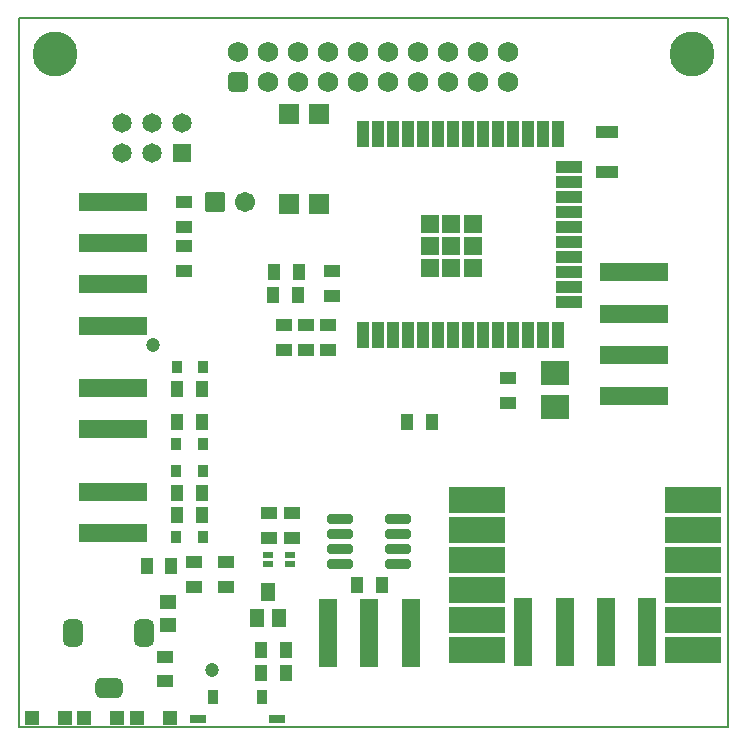
<source format=gts>
G04*
G04 #@! TF.GenerationSoftware,Altium Limited,Altium Designer,21.2.2 (38)*
G04*
G04 Layer_Color=8388736*
%FSLAX44Y44*%
%MOMM*%
G71*
G04*
G04 #@! TF.SameCoordinates,3448E1F9-FA4A-451A-BDEC-0E7D7F7EA446*
G04*
G04*
G04 #@! TF.FilePolarity,Negative*
G04*
G01*
G75*
%ADD10C,0.2000*%
%ADD30R,1.4500X0.8000*%
%ADD31R,0.9000X1.2700*%
G04:AMPARAMS|DCode=41|XSize=2.1732mm|YSize=0.7932mm|CornerRadius=0.1754mm|HoleSize=0mm|Usage=FLASHONLY|Rotation=180.000|XOffset=0mm|YOffset=0mm|HoleType=Round|Shape=RoundedRectangle|*
%AMROUNDEDRECTD41*
21,1,2.1732,0.4425,0,0,180.0*
21,1,1.8225,0.7932,0,0,180.0*
1,1,0.3507,-0.9113,0.2213*
1,1,0.3507,0.9113,0.2213*
1,1,0.3507,0.9113,-0.2213*
1,1,0.3507,-0.9113,-0.2213*
%
%ADD41ROUNDEDRECTD41*%
%ADD42R,1.9032X1.0032*%
%ADD43R,1.1032X1.4032*%
%ADD44R,0.8282X1.0332*%
%ADD45R,1.4032X1.1032*%
%ADD46R,5.7150X1.4986*%
%ADD47R,1.4986X5.7150*%
%ADD48R,2.4332X2.0032*%
%ADD49R,1.2032X1.2032*%
%ADD50R,1.1032X2.2032*%
%ADD51R,2.2032X1.1032*%
%ADD52R,1.5332X1.5332*%
%ADD53R,1.4032X1.2532*%
%ADD54C,1.2032*%
%ADD55R,0.9532X0.6032*%
%ADD56R,1.2032X1.6032*%
G04:AMPARAMS|DCode=57|XSize=2.3032mm|YSize=1.7032mm|CornerRadius=0.4766mm|HoleSize=0mm|Usage=FLASHONLY|Rotation=90.000|XOffset=0mm|YOffset=0mm|HoleType=Round|Shape=RoundedRectangle|*
%AMROUNDEDRECTD57*
21,1,2.3032,0.7500,0,0,90.0*
21,1,1.3500,1.7032,0,0,90.0*
1,1,0.9532,0.3750,0.6750*
1,1,0.9532,0.3750,-0.6750*
1,1,0.9532,-0.3750,-0.6750*
1,1,0.9532,-0.3750,0.6750*
%
%ADD57ROUNDEDRECTD57*%
G04:AMPARAMS|DCode=58|XSize=2.3032mm|YSize=1.7032mm|CornerRadius=0.4766mm|HoleSize=0mm|Usage=FLASHONLY|Rotation=180.000|XOffset=0mm|YOffset=0mm|HoleType=Round|Shape=RoundedRectangle|*
%AMROUNDEDRECTD58*
21,1,2.3032,0.7500,0,0,180.0*
21,1,1.3500,1.7032,0,0,180.0*
1,1,0.9532,-0.6750,0.3750*
1,1,0.9532,0.6750,0.3750*
1,1,0.9532,0.6750,-0.3750*
1,1,0.9532,-0.6750,-0.3750*
%
%ADD58ROUNDEDRECTD58*%
%ADD59C,1.6500*%
%ADD60R,1.6500X1.6500*%
%ADD61R,1.8032X1.8032*%
G04:AMPARAMS|DCode=62|XSize=1.7032mm|YSize=1.7032mm|CornerRadius=0.1541mm|HoleSize=0mm|Usage=FLASHONLY|Rotation=0.000|XOffset=0mm|YOffset=0mm|HoleType=Round|Shape=RoundedRectangle|*
%AMROUNDEDRECTD62*
21,1,1.7032,1.3950,0,0,0.0*
21,1,1.3950,1.7032,0,0,0.0*
1,1,0.3082,0.6975,-0.6975*
1,1,0.3082,-0.6975,-0.6975*
1,1,0.3082,-0.6975,0.6975*
1,1,0.3082,0.6975,0.6975*
%
%ADD62ROUNDEDRECTD62*%
%ADD63C,1.7032*%
%ADD64C,3.8100*%
%ADD65R,4.7752X2.1844*%
G04:AMPARAMS|DCode=66|XSize=1.7532mm|YSize=1.7532mm|CornerRadius=0.4891mm|HoleSize=0mm|Usage=FLASHONLY|Rotation=0.000|XOffset=0mm|YOffset=0mm|HoleType=Round|Shape=RoundedRectangle|*
%AMROUNDEDRECTD66*
21,1,1.7532,0.7750,0,0,0.0*
21,1,0.7750,1.7532,0,0,0.0*
1,1,0.9782,0.3875,-0.3875*
1,1,0.9782,-0.3875,-0.3875*
1,1,0.9782,-0.3875,0.3875*
1,1,0.9782,0.3875,0.3875*
%
%ADD66ROUNDEDRECTD66*%
%ADD67C,1.7532*%
D10*
X0Y0D02*
X600000D01*
X0D02*
Y600000D01*
X600000Y0D02*
Y600000D01*
X0D02*
X600000D01*
D30*
X218662Y6938D02*
D03*
X151162D02*
D03*
D31*
X205912Y25788D02*
D03*
X163912D02*
D03*
D41*
X320914Y138176D02*
D03*
Y150876D02*
D03*
Y163576D02*
D03*
Y176276D02*
D03*
X271414D02*
D03*
Y163576D02*
D03*
Y150876D02*
D03*
Y138176D02*
D03*
D42*
X497586Y470172D02*
D03*
Y504172D02*
D03*
D43*
X307004Y119888D02*
D03*
X286004D02*
D03*
X236814Y385318D02*
D03*
X215814D02*
D03*
X215474Y366014D02*
D03*
X236474D02*
D03*
X133940Y286512D02*
D03*
X154940D02*
D03*
X155000Y258000D02*
D03*
X134000D02*
D03*
X155000Y198302D02*
D03*
X134000D02*
D03*
Y179430D02*
D03*
X155000D02*
D03*
X108032Y136652D02*
D03*
X129032D02*
D03*
X226000Y65000D02*
D03*
X205000D02*
D03*
X226000Y45500D02*
D03*
X205000D02*
D03*
X349500Y258000D02*
D03*
X328500D02*
D03*
D44*
X155651Y305054D02*
D03*
X133401D02*
D03*
X133375Y216802D02*
D03*
X155625D02*
D03*
X155625Y160930D02*
D03*
X133375D02*
D03*
X133375Y239500D02*
D03*
X155625D02*
D03*
D45*
X139954Y444164D02*
D03*
Y423164D02*
D03*
Y386162D02*
D03*
Y407162D02*
D03*
X123952Y59690D02*
D03*
Y38690D02*
D03*
X224000Y340500D02*
D03*
Y319500D02*
D03*
X148590Y118954D02*
D03*
Y139954D02*
D03*
X175514Y118954D02*
D03*
Y139954D02*
D03*
X265430Y386080D02*
D03*
Y365080D02*
D03*
X413766Y274402D02*
D03*
Y295402D02*
D03*
X231000Y181000D02*
D03*
Y160000D02*
D03*
X211500Y181000D02*
D03*
Y160000D02*
D03*
X262000Y319499D02*
D03*
Y340500D02*
D03*
X243000D02*
D03*
Y319499D02*
D03*
D46*
X520954Y280012D02*
D03*
Y315012D02*
D03*
Y350012D02*
D03*
Y385012D02*
D03*
X80010Y164084D02*
D03*
Y199084D02*
D03*
X80036Y251968D02*
D03*
Y286968D02*
D03*
X80010Y339904D02*
D03*
Y374904D02*
D03*
Y409904D02*
D03*
Y444904D02*
D03*
D47*
X331672Y80010D02*
D03*
X296672D02*
D03*
X261672D02*
D03*
X427026Y80600D02*
D03*
X462026D02*
D03*
X497026D02*
D03*
X532026D02*
D03*
D48*
X453898Y270642D02*
D03*
Y299842D02*
D03*
D49*
X10892Y7366D02*
D03*
X38892D02*
D03*
X55342D02*
D03*
X83342D02*
D03*
X99792D02*
D03*
X127792D02*
D03*
D50*
X291000Y332150D02*
D03*
X303700D02*
D03*
X316400D02*
D03*
X329100D02*
D03*
X341800D02*
D03*
X354500D02*
D03*
X367200D02*
D03*
X379900D02*
D03*
X392600D02*
D03*
X405300D02*
D03*
X418000D02*
D03*
X430700D02*
D03*
X443400D02*
D03*
X456100D02*
D03*
Y502150D02*
D03*
X443400D02*
D03*
X430700D02*
D03*
X418000D02*
D03*
X405300D02*
D03*
X392600D02*
D03*
X379900D02*
D03*
X367200D02*
D03*
X354500D02*
D03*
X341800D02*
D03*
X329100D02*
D03*
X316400D02*
D03*
X303700D02*
D03*
X291000D02*
D03*
D51*
X466100Y360000D02*
D03*
Y372700D02*
D03*
Y385400D02*
D03*
Y398100D02*
D03*
Y410800D02*
D03*
Y423500D02*
D03*
Y436200D02*
D03*
Y448900D02*
D03*
Y461600D02*
D03*
Y474300D02*
D03*
D52*
X366000Y407150D02*
D03*
Y425500D02*
D03*
X347650D02*
D03*
Y407150D02*
D03*
Y388800D02*
D03*
X366000D02*
D03*
X384350D02*
D03*
Y407150D02*
D03*
Y425500D02*
D03*
D53*
X126246Y86682D02*
D03*
Y105682D02*
D03*
D54*
X113284Y323088D02*
D03*
X163068Y48514D02*
D03*
D55*
X210750Y138000D02*
D03*
X229250Y146000D02*
D03*
X210750D02*
D03*
X229250Y138000D02*
D03*
D56*
X211000Y114500D02*
D03*
X220500Y92500D02*
D03*
X201500D02*
D03*
D57*
X46000Y80000D02*
D03*
X106000D02*
D03*
D58*
X76000Y33000D02*
D03*
D59*
X112522Y485648D02*
D03*
X87122Y511048D02*
D03*
Y485648D02*
D03*
X112522Y511048D02*
D03*
X137922Y511048D02*
D03*
D60*
Y485648D02*
D03*
D61*
X228600Y519430D02*
D03*
X254000D02*
D03*
X228600Y443230D02*
D03*
X254000D02*
D03*
D62*
X165862Y444246D02*
D03*
D63*
X191262D02*
D03*
D64*
X30226Y569722D02*
D03*
X569722D02*
D03*
D65*
X387698Y192024D02*
D03*
Y166624D02*
D03*
Y141224D02*
D03*
Y115824D02*
D03*
Y90424D02*
D03*
Y65024D02*
D03*
X570898Y192024D02*
D03*
Y166624D02*
D03*
Y141224D02*
D03*
Y115824D02*
D03*
Y90424D02*
D03*
Y65024D02*
D03*
D66*
X185700Y546300D02*
D03*
D67*
X211100D02*
D03*
X236500D02*
D03*
X261900D02*
D03*
X287300D02*
D03*
X312700D02*
D03*
X338100D02*
D03*
X363500D02*
D03*
X388900D02*
D03*
X414300D02*
D03*
X185700Y571700D02*
D03*
X211100D02*
D03*
X236500D02*
D03*
X261900D02*
D03*
X287300D02*
D03*
X312700D02*
D03*
X338100D02*
D03*
X363500D02*
D03*
X388900D02*
D03*
X414300D02*
D03*
M02*

</source>
